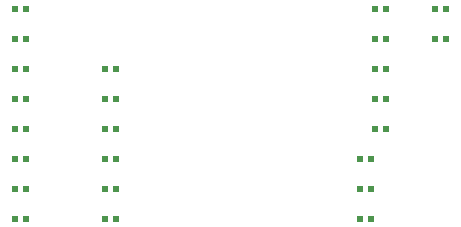
<source format=gbr>
G04 EAGLE Gerber RS-274X export*
G75*
%MOMM*%
%FSLAX34Y34*%
%LPD*%
%INSolderpaste Bottom*%
%IPPOS*%
%AMOC8*
5,1,8,0,0,1.08239X$1,22.5*%
G01*
%ADD10R,0.600000X0.500000*%


D10*
X1087200Y190500D03*
X1097200Y190500D03*
X1087200Y165100D03*
X1097200Y165100D03*
X1087200Y139700D03*
X1097200Y139700D03*
X1160700Y317500D03*
X1150700Y317500D03*
X1160700Y292100D03*
X1150700Y292100D03*
X1099900Y317500D03*
X1109900Y317500D03*
X1099900Y292100D03*
X1109900Y292100D03*
X1099900Y266700D03*
X1109900Y266700D03*
X1099900Y215900D03*
X1109900Y215900D03*
X1099900Y241300D03*
X1109900Y241300D03*
X795100Y317500D03*
X805100Y317500D03*
X795100Y292100D03*
X805100Y292100D03*
X795100Y266700D03*
X805100Y266700D03*
X795100Y241300D03*
X805100Y241300D03*
X795100Y215900D03*
X805100Y215900D03*
X795100Y190500D03*
X805100Y190500D03*
X795100Y165100D03*
X805100Y165100D03*
X795100Y139700D03*
X805100Y139700D03*
X881300Y266700D03*
X871300Y266700D03*
X881300Y241300D03*
X871300Y241300D03*
X881300Y215900D03*
X871300Y215900D03*
X881300Y190500D03*
X871300Y190500D03*
X881300Y165100D03*
X871300Y165100D03*
X881300Y139700D03*
X871300Y139700D03*
M02*

</source>
